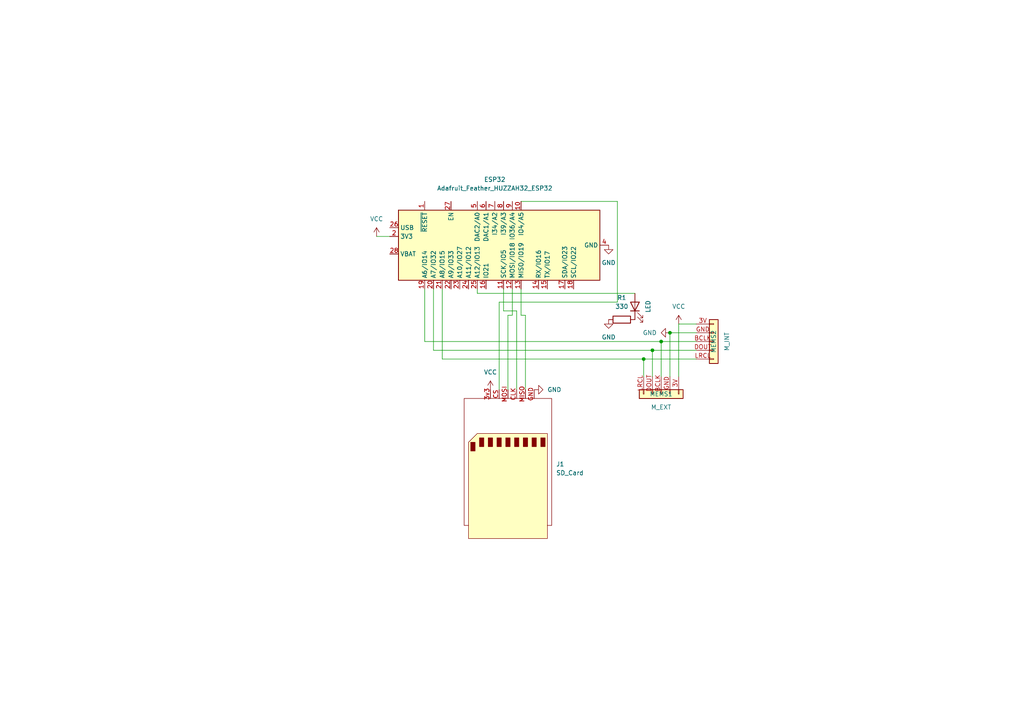
<source format=kicad_sch>
(kicad_sch (version 20211123) (generator eeschema)
  (paper "A4")
  (lib_symbols
    (symbol "Conn_01x05_1" (pin_names (offset 1.016) hide)
      (property "Reference" "MEMS" (at 0 0 90))
      (property "Value" "MEMS" (at 0 -7.62 0))
      (symbol "Conn_01x05_1_1_1"
        (rectangle (start -1.27 -4.953) (end 0 -5.207) (stroke (width 0.1524)))
        (rectangle (start -1.27 -2.413) (end 0 -2.667) (stroke (width 0.1524)))
        (rectangle (start -1.27 0.127) (end 0 -0.127) (stroke (width 0.1524)))
        (rectangle (start -1.27 2.667) (end 0 2.413) (stroke (width 0.1524)))
        (rectangle (start -1.27 5.207) (end 0 4.953) (stroke (width 0.1524)))
        (rectangle (start -1.27 6.35) (end 1.27 -6.35) (stroke (width 0.254)) (fill (type background)))
        (pin power_in line (at -5.08 -5.08 0) (length 3.81) (name "") (number "3V"))
        (pin input line (at -5.08 0 0) (length 3.81) (name "") (number "BCLK"))
        (pin output line (at -5.08 2.54 0) (length 3.81) (name "") (number "DOUT"))
        (pin power_in line (at -5.08 -2.54 0) (length 3.81) (name "") (number "GND"))
        (pin input line (at -5.08 5.08 0) (length 3.81) (name "") (number "LRCL"))
      )
    )
    (symbol "Connector:SD_Card" (pin_names (offset 1.016))
      (property "Reference" "J1" (at -1.2701 -13.97 90))
      (property "Value" "SD_Card" (at 1.2699 -13.97 90))
      (symbol "SD_Card_0_1"
        (rectangle (start -8.89 -9.525) (end -6.35 -10.795) (fill (type outline)))
        (rectangle (start -8.89 -6.985) (end -6.35 -8.255) (fill (type outline)))
        (rectangle (start -8.89 -4.445) (end -6.35 -5.715) (fill (type outline)))
        (rectangle (start -8.89 -1.905) (end -6.35 -3.175) (fill (type outline)))
        (rectangle (start -8.89 0.635) (end -6.35 -0.635) (fill (type outline)))
        (rectangle (start -8.89 3.175) (end -6.35 1.905) (fill (type outline)))
        (rectangle (start -8.89 5.715) (end -6.35 4.445) (fill (type outline)))
        (rectangle (start -8.89 8.255) (end -6.35 6.985) (fill (type outline)))
        (rectangle (start -7.62 10.795) (end -5.08 9.525) (fill (type outline)))
        (polyline (pts (xy -10.16 8.89) (xy -7.62 11.43) (xy 20.32 11.43) (xy 20.32 -11.43) (xy -10.16 -11.43) (xy -10.16 8.89)) (fill (type background)))
        (polyline (pts (xy 16.51 11.43) (xy 16.51 12.7) (xy -20.32 12.7) (xy -20.32 -12.7) (xy 16.51 -12.7) (xy 16.51 -11.43)))
      )
      (symbol "SD_Card_1_1"
        (pin power_in line (at -22.86 5.08 0) (length 2.54) (name "") (number "3v3"))
        (pin input line (at -22.86 -2.54 0) (length 2.54) (name "") (number "CLK"))
        (pin input line (at -22.86 2.54 0) (length 2.54) (name "") (number "CS"))
        (pin power_in line (at -22.86 -7.62 0) (length 2.54) (name "") (number "GND"))
        (pin input line (at -22.86 -5.08 0) (length 2.54) (name "") (number "MISO"))
        (pin input line (at -22.86 0 0) (length 2.54) (name "") (number "MOSI"))
      )
    )
    (symbol "Device:LED" (pin_numbers hide) (pin_names (offset 1.016) hide)
      (property "Reference" "D" (at 0 2.54 0))
      (property "Value" "LED" (at 0 -2.54 0))
      (symbol "LED_0_1"
        (polyline (pts (xy -1.27 -1.27) (xy -1.27 1.27)) (stroke (width 0.254)))
        (polyline (pts (xy -1.27 0) (xy 1.27 0)))
        (polyline (pts (xy 1.27 -1.27) (xy 1.27 1.27) (xy -1.27 0) (xy 1.27 -1.27)) (stroke (width 0.254)))
        (polyline (pts (xy -3.048 -0.762) (xy -4.572 -2.286) (xy -3.81 -2.286) (xy -4.572 -2.286) (xy -4.572 -1.524)))
        (polyline (pts (xy -1.778 -0.762) (xy -3.302 -2.286) (xy -2.54 -2.286) (xy -3.302 -2.286) (xy -3.302 -1.524)))
      )
      (symbol "LED_1_1"
        (pin passive line (at -3.81 0 0) (length 2.54) (name "K") (number "1"))
        (pin passive line (at 3.81 0 180) (length 2.54) (name "A") (number "2"))
      )
    )
    (symbol "Device:R" (pin_numbers hide) (pin_names (offset 0))
      (property "Reference" "R" (at 2.032 0 90))
      (property "Value" "R" (at 0 0 90))
      (symbol "R_0_1"
        (rectangle (start -1.016 -2.54) (end 1.016 2.54) (stroke (width 0.254)))
      )
      (symbol "R_1_1"
        (pin passive line (at 0 3.81 270) (length 1.27) (name "~") (number "1"))
        (pin passive line (at 0 -3.81 90) (length 1.27) (name "~") (number "2"))
      )
    )
    (symbol "MCU_Module:Adafruit_Feather_HUZZAH32_ESP32"
      (property "Reference" "A" (at -10.16 29.21 0))
      (property "Value" "Adafruit_Feather_HUZZAH32_ESP32" (at 2.54 -31.75 0))
      (symbol "Adafruit_Feather_HUZZAH32_ESP32_0_1"
        (rectangle (start -10.16 27.94) (end 10.16 -30.48) (stroke (width 0.254)) (fill (type background)))
      )
      (symbol "Adafruit_Feather_HUZZAH32_ESP32_1_1"
        (pin input line (at 12.7 20.32 180) (length 2.54) (name "~{RESET}") (number "1"))
        (pin bidirectional line (at 12.7 -7.62 180) (length 2.54) (name "IO4/A5") (number "10"))
        (pin bidirectional line (at -12.7 -2.54 0) (length 2.54) (name "SCK/IO5") (number "11"))
        (pin bidirectional line (at -12.7 -5.08 0) (length 2.54) (name "MOSI/IO18") (number "12"))
        (pin bidirectional line (at -12.7 -7.62 0) (length 2.54) (name "MISO/IO19") (number "13"))
        (pin bidirectional line (at -12.7 -12.7 0) (length 2.54) (name "RX/IO16") (number "14"))
        (pin bidirectional line (at -12.7 -15.24 0) (length 2.54) (name "TX/IO17") (number "15"))
        (pin bidirectional line (at -12.7 2.54 0) (length 2.54) (name "IO21") (number "16"))
        (pin bidirectional line (at -12.7 -20.32 0) (length 2.54) (name "SDA/IO23") (number "17"))
        (pin bidirectional line (at -12.7 -22.86 0) (length 2.54) (name "SCL/IO22") (number "18"))
        (pin bidirectional line (at -12.7 20.32 0) (length 2.54) (name "A6/IO14") (number "19"))
        (pin power_in line (at 2.54 30.48 270) (length 2.54) (name "3V3") (number "2"))
        (pin bidirectional line (at -12.7 17.78 0) (length 2.54) (name "A7/IO32") (number "20"))
        (pin bidirectional line (at -12.7 15.24 0) (length 2.54) (name "A8/IO15") (number "21"))
        (pin bidirectional line (at -12.7 12.7 0) (length 2.54) (name "A9/IO33") (number "22"))
        (pin bidirectional line (at -12.7 10.16 0) (length 2.54) (name "A10/IO27") (number "23"))
        (pin bidirectional line (at -12.7 7.62 0) (length 2.54) (name "A11/IO12") (number "24"))
        (pin bidirectional line (at -12.7 5.08 0) (length 2.54) (name "A12/IO13") (number "25"))
        (pin power_in line (at 5.08 30.48 270) (length 2.54) (name "USB") (number "26"))
        (pin input line (at 12.7 12.7 180) (length 2.54) (name "EN") (number "27"))
        (pin power_in line (at -2.54 30.48 270) (length 2.54) (name "VBAT") (number "28"))
        (pin no_connect line (at 10.16 10.16 180) (length 2.54) hide (name "NC") (number "3"))
        (pin power_in line (at 0 -33.02 90) (length 2.54) (name "GND") (number "4"))
        (pin bidirectional line (at 12.7 5.08 180) (length 2.54) (name "DAC2/A0") (number "5"))
        (pin bidirectional line (at 12.7 2.54 180) (length 2.54) (name "DAC1/A1") (number "6"))
        (pin bidirectional line (at 12.7 0 180) (length 2.54) (name "I34/A2") (number "7"))
        (pin bidirectional line (at 12.7 -2.54 180) (length 2.54) (name "I39/A3") (number "8"))
        (pin bidirectional line (at 12.7 -5.08 180) (length 2.54) (name "IO36/A4") (number "9"))
      )
    )
    (symbol "power:GND" (power) (pin_names (offset 0))
      (property "Value" "GND" (at 0 -3.81 0))
      (symbol "GND_0_1"
        (polyline (pts (xy 0 0) (xy 0 -1.27) (xy 1.27 -1.27) (xy 0 -2.54) (xy -1.27 -1.27) (xy 0 -1.27)))
      )
      (symbol "GND_1_1"
        (pin power_in line (at 0 0 270) (length 0) hide (name "GND") (number "1"))
      )
    )
    (symbol "power:VCC" (power) (pin_names (offset 0))
      (property "Value" "VCC" (at 0 3.81 0))
      (symbol "VCC_0_1"
        (polyline (pts (xy -0.762 1.27) (xy 0 2.54)))
        (polyline (pts (xy 0 0) (xy 0 2.54)))
        (polyline (pts (xy 0 2.54) (xy 0.762 1.27)))
      )
      (symbol "VCC_1_1"
        (pin power_in line (at 0 0 90) (length 0) hide (name "VCC") (number "1"))
      )
    )
  )
  (junction (at 186.69 104.14))
  (junction (at 194.31 96.52))
  (junction (at 191.77 99.06))
  (junction (at 189.23 101.6))
  (wire (pts (xy 146.05 83.82) (xy 146.05 90.17)))
  (wire (pts (xy 151.13 58.42) (xy 179.07 58.42)))
  (wire (pts (xy 147.32 91.44) (xy 147.32 113.03)))
  (wire (pts (xy 123.19 99.06) (xy 191.77 99.06)))
  (wire (pts (xy 189.23 101.6) (xy 189.23 109.22)))
  (wire (pts (xy 128.27 83.82) (xy 128.27 104.14)))
  (wire (pts (xy 196.85 93.98) (xy 201.93 93.98)))
  (wire (pts (xy 179.07 87.63) (xy 144.78 87.63)))
  (wire (pts (xy 128.27 104.14) (xy 186.69 104.14)))
  (wire (pts (xy 151.13 91.44) (xy 152.4 91.44)))
  (wire (pts (xy 152.4 91.44) (xy 152.4 113.03)))
  (wire (pts (xy 191.77 109.22) (xy 191.77 99.06)))
  (wire (pts (xy 123.19 99.06) (xy 123.19 83.82)))
  (wire (pts (xy 189.23 101.6) (xy 201.93 101.6)))
  (wire (pts (xy 144.78 87.63) (xy 144.78 113.03)))
  (wire (pts (xy 151.13 83.82) (xy 151.13 91.44)))
  (wire (pts (xy 184.15 85.09) (xy 138.43 85.09)))
  (wire (pts (xy 186.69 104.14) (xy 201.93 104.14)))
  (wire (pts (xy 148.59 91.44) (xy 147.32 91.44)))
  (wire (pts (xy 196.85 109.22) (xy 196.85 93.98)))
  (wire (pts (xy 109.22 68.58) (xy 113.03 68.58)))
  (wire (pts (xy 125.73 101.6) (xy 189.23 101.6)))
  (wire (pts (xy 179.07 58.42) (xy 179.07 87.63)))
  (wire (pts (xy 146.05 90.17) (xy 149.86 90.17)))
  (wire (pts (xy 194.31 96.52) (xy 201.93 96.52)))
  (wire (pts (xy 186.69 104.14) (xy 186.69 109.22)))
  (wire (pts (xy 194.31 109.22) (xy 194.31 96.52)))
  (wire (pts (xy 148.59 83.82) (xy 148.59 91.44)))
  (wire (pts (xy 149.86 90.17) (xy 149.86 113.03)))
  (wire (pts (xy 125.73 83.82) (xy 125.73 101.6)))
  (wire (pts (xy 138.43 85.09) (xy 138.43 83.82)))
  (wire (pts (xy 191.77 99.06) (xy 201.93 99.06)))
  (symbol (lib_id "power:GND") (at 194.31 96.52 270) (unit 1)
    (property "Reference" "#PWR0106" (effects hide))
    (property "Value" "GND" (at 190.5 96.5199 90) (effects (justify right)))
  )
  (symbol (lib_id "MCU_Module:Adafruit_Feather_HUZZAH32_ESP32") (at 143.51 71.12 90) (unit 1)
    (property "Reference" "ESP32" (at 143.51 52.07 90))
    (property "Value" "Adafruit_Feather_HUZZAH32_ESP32" (at 143.51 54.61 90))
    (property "Footprint" "Module:Adafruit_Feather_WithMountingHoles" (effects hide))
    (property "Datasheet" "https://cdn-learn.adafruit.com/downloads/pdf/adafruit-huzzah32-esp32-feather.pdf" (effects hide))
  )
  (symbol (lib_id "power:GND") (at 176.53 71.12 0) (unit 1)
    (property "Reference" "#PWR0101" (effects hide))
    (property "Value" "GND" (at 176.53 76.2 0))
  )
  (symbol (lib_id "power:GND") (at 176.53 92.71 0) (unit 1)
    (property "Reference" "#PWR0107" (effects hide))
    (property "Value" "GND" (at 176.53 97.79 0))
  )
  (symbol (lib_id "power:VCC") (at 109.22 68.58 0) (unit 1)
    (property "Reference" "#PWR0102" (effects hide))
    (property "Value" "VCC" (at 109.22 63.5 0))
  )
  (symbol (lib_id "Device:R") (at 180.34 92.71 90) (unit 1)
    (property "Reference" "R1" (at 180.34 86.36 90))
    (property "Value" "330" (at 180.34 88.9 90))
    (property "Footprint" "Resistor_THT:R_Axial_DIN0204_L3.6mm_D1.6mm_P5.08mm_Horizontal" (effects hide))
  )
  (symbol (lib_id "power:VCC") (at 196.85 93.98 0) (unit 1)
    (property "Reference" "#PWR0105" (effects hide))
    (property "Value" "VCC" (at 196.85 88.9 0))
  )
  (symbol (lib_id "power:GND") (at 154.94 113.03 90) (unit 1)
    (property "Reference" "#PWR0104" (effects hide))
    (property "Value" "GND" (at 158.75 113.0299 90) (effects (justify right)))
  )
  (symbol (lib_name "Conn_01x05_1") (lib_id "Connector_Generic:Conn_01x05") (at 207.01 99.06 0) (mirror x) (unit 1)
    (property "Reference" "MEMS2" (at 207.01 99.06 90))
    (property "Value" "M_INT" (at 210.82 99.06 90))
    (property "Footprint" "Pnoi Footprints:5-Pin MEMS Connector" (effects hide))
  )
  (symbol (lib_name "Conn_01x05_1") (lib_id "Connector_Generic:Conn_01x05") (at 191.77 114.3 90) (mirror x) (unit 1)
    (property "Reference" "MEMS1" (at 191.77 114.3 90))
    (property "Value" "M_EXT" (at 191.77 118.11 90))
    (property "Footprint" "Pnoi Footprints:5-Pin MEMS Connector" (effects hide))
  )
  (symbol (lib_id "Connector:SD_Card") (at 147.32 135.89 90) (mirror x) (unit 1)
    (property "Reference" "J1" (at 161.29 134.6199 90) (effects (justify right)))
    (property "Value" "SD_Card" (at 161.29 137.1599 90) (effects (justify right)))
    (property "Footprint" "Pnoi Footprints:6-Pin SD Card Connector" (effects hide))
    (property "Datasheet" "http://portal.fciconnect.com/Comergent//fci/drawing/10067847.pdf" (effects hide))
  )
  (symbol (lib_id "Device:LED") (at 184.15 88.9 90) (unit 1)
    (property "Reference" "D1" (effects hide))
    (property "Value" "LED" (at 187.96 88.9 0))
    (property "Footprint" "LED_THT:LED_D3.0mm" (effects hide))
  )
  (symbol (lib_id "power:VCC") (at 142.24 113.03 0) (unit 1)
    (property "Reference" "#PWR0103" (effects hide))
    (property "Value" "VCC" (at 142.24 107.95 0))
  )
)
</source>
